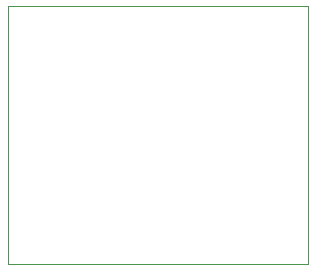
<source format=gm1>
G04 #@! TF.GenerationSoftware,KiCad,Pcbnew,8.0.8*
G04 #@! TF.CreationDate,2025-03-17T22:03:57+00:00*
G04 #@! TF.ProjectId,fan_PCB02,66616e5f-5043-4423-9032-2e6b69636164,rev?*
G04 #@! TF.SameCoordinates,Original*
G04 #@! TF.FileFunction,Profile,NP*
%FSLAX46Y46*%
G04 Gerber Fmt 4.6, Leading zero omitted, Abs format (unit mm)*
G04 Created by KiCad (PCBNEW 8.0.8) date 2025-03-17 22:03:57*
%MOMM*%
%LPD*%
G01*
G04 APERTURE LIST*
G04 #@! TA.AperFunction,Profile*
%ADD10C,0.050000*%
G04 #@! TD*
G04 APERTURE END LIST*
D10*
X10414000Y117348000D02*
X10414000Y139192000D01*
X10414000Y139192000D02*
X35814000Y139192000D01*
X35814000Y117602000D02*
X35814000Y117348000D01*
X35814000Y117348000D02*
X10414000Y117348000D01*
X35814000Y139192000D02*
X35814000Y117602000D01*
M02*

</source>
